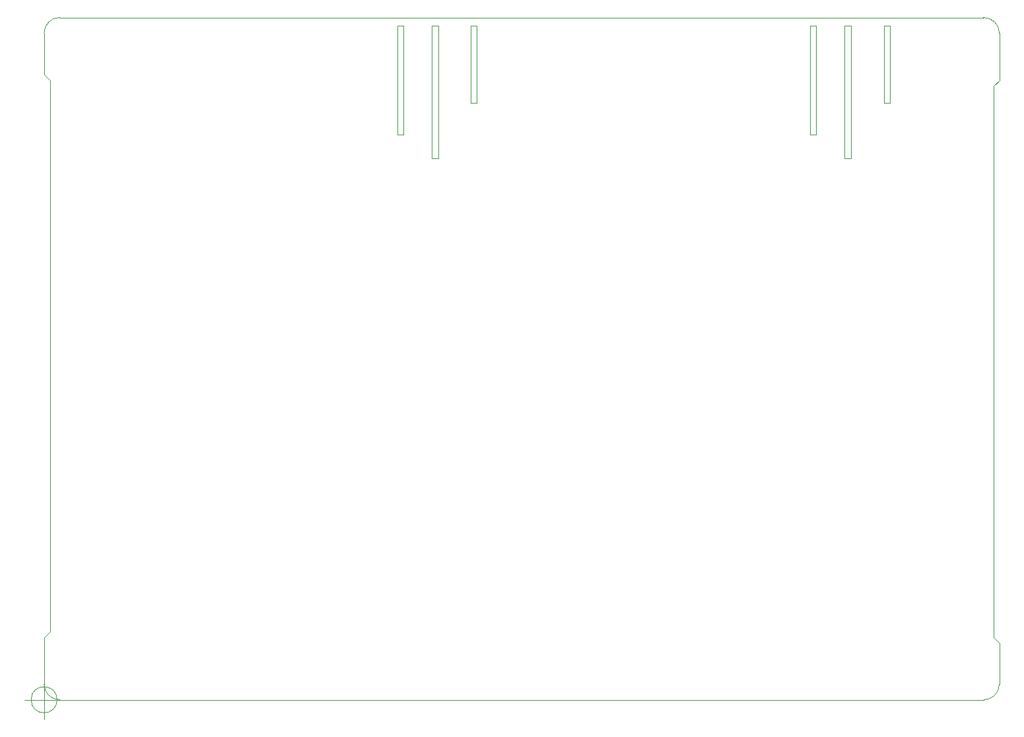
<source format=gko>
G04 #@! TF.GenerationSoftware,KiCad,Pcbnew,5.1.9+dfsg1-1~bpo10+1*
G04 #@! TF.CreationDate,2022-02-23T18:09:28+00:00*
G04 #@! TF.ProjectId,ControllerCircuit,436f6e74-726f-46c6-9c65-724369726375,rev?*
G04 #@! TF.SameCoordinates,Original*
G04 #@! TF.FileFunction,Profile,NP*
%FSLAX46Y46*%
G04 Gerber Fmt 4.6, Leading zero omitted, Abs format (unit mm)*
G04 Created by KiCad (PCBNEW 5.1.9+dfsg1-1~bpo10+1) date 2022-02-23 18:09:28*
%MOMM*%
%LPD*%
G01*
G04 APERTURE LIST*
G04 #@! TA.AperFunction,Profile*
%ADD10C,0.050000*%
G04 #@! TD*
G04 #@! TA.AperFunction,Profile*
%ADD11C,0.100000*%
G04 #@! TD*
G04 APERTURE END LIST*
D10*
X210500000Y-130000000D02*
X210500000Y-59250000D01*
D11*
X196450000Y-51500000D02*
X197250000Y-51500000D01*
X197250000Y-51500000D02*
X197250000Y-61400000D01*
X196450000Y-61400000D02*
X196450000Y-51500000D01*
X197250000Y-61400000D02*
X196450000Y-61400000D01*
X143450000Y-51500000D02*
X144250000Y-51500000D01*
X144250000Y-51500000D02*
X144250000Y-61400000D01*
X143450000Y-61400000D02*
X143450000Y-51500000D01*
X144250000Y-61400000D02*
X143450000Y-61400000D01*
X134050000Y-65500000D02*
X134050000Y-51500000D01*
X134850000Y-51500000D02*
X134850000Y-65500000D01*
X134850000Y-65500000D02*
X134050000Y-65500000D01*
X134050000Y-51500000D02*
X134850000Y-51500000D01*
X138450000Y-68500000D02*
X138450000Y-51500000D01*
X138450000Y-51500000D02*
X139350000Y-51500000D01*
X139350000Y-51500000D02*
X139350000Y-68500000D01*
X139350000Y-68500000D02*
X138450000Y-68500000D01*
X186950000Y-65500000D02*
X186950000Y-51500000D01*
X186950000Y-51500000D02*
X187750000Y-51500000D01*
X187750000Y-51500000D02*
X187750000Y-65500000D01*
X187750000Y-65500000D02*
X186950000Y-65500000D01*
X192250000Y-51500000D02*
X192250000Y-68500000D01*
X191350000Y-51500000D02*
X192250000Y-51500000D01*
X191350000Y-68500000D02*
X191350000Y-51500000D01*
X192250000Y-68500000D02*
X191350000Y-68500000D01*
D10*
X211250000Y-52450000D02*
X211250000Y-58500000D01*
X211250000Y-58500000D02*
X210500000Y-59250000D01*
X211250000Y-130750000D02*
X210500000Y-130000000D01*
X211250000Y-136000000D02*
X211250000Y-130750000D01*
X88750000Y-136000000D02*
X88750000Y-130000000D01*
X88750000Y-57750000D02*
X89500000Y-58500000D01*
X88750000Y-52450000D02*
X88750000Y-57750000D01*
X88750000Y-130000000D02*
X89500000Y-129250000D01*
X89500000Y-58500000D02*
X89500000Y-129250000D01*
X90416666Y-138000000D02*
G75*
G03*
X90416666Y-138000000I-1666666J0D01*
G01*
X86250000Y-138000000D02*
X91250000Y-138000000D01*
X88750000Y-135500000D02*
X88750000Y-140500000D01*
X90750000Y-138000000D02*
G75*
G02*
X88750000Y-136000000I0J2000000D01*
G01*
X209250000Y-138000000D02*
X90750000Y-138000000D01*
X211250000Y-136000000D02*
G75*
G02*
X209250000Y-138000000I-2000000J0D01*
G01*
X88750000Y-52450000D02*
G75*
G02*
X90750000Y-50450000I2000000J0D01*
G01*
X209250000Y-50450000D02*
G75*
G02*
X211250000Y-52450000I0J-2000000D01*
G01*
X209250000Y-50450000D02*
X90750000Y-50450000D01*
M02*

</source>
